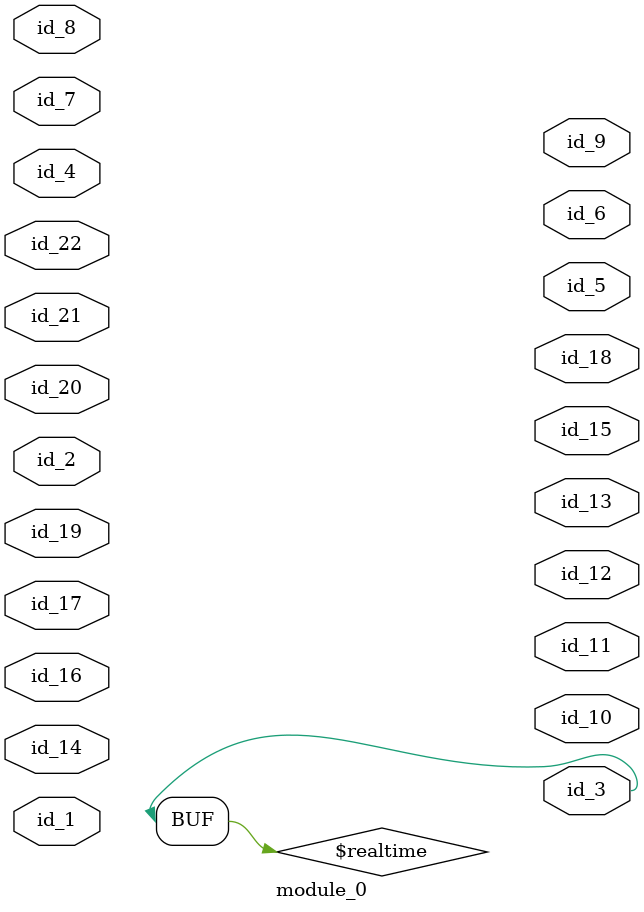
<source format=v>
module module_0 (
    id_1,
    id_2,
    id_3,
    id_4,
    id_5,
    id_6,
    id_7,
    id_8,
    id_9,
    id_10,
    id_11,
    id_12,
    id_13,
    id_14,
    id_15,
    id_16,
    id_17,
    id_18,
    id_19,
    id_20,
    id_21,
    id_22
);
  input wire id_22;
  inout wire id_21;
  input wire id_20;
  inout wire id_19;
  output wire id_18;
  inout wire id_17;
  inout wire id_16;
  output wire id_15;
  input wire id_14;
  output wire id_13;
  output wire id_12;
  output wire id_11;
  output wire id_10;
  output wire id_9;
  inout wire id_8;
  input wire id_7;
  output wire id_6;
  output wire id_5;
  inout wire id_4;
  output wire id_3;
  input wire id_2;
  inout wire id_1;
  parameter id_23 = (1);
  assign id_3 = $realtime;
endmodule
module module_1 ();
  assign id_1 = id_1;
  module_0 modCall_1 (
      id_1,
      id_1,
      id_1,
      id_1,
      id_1,
      id_1,
      id_1,
      id_1,
      id_1,
      id_1,
      id_1,
      id_1,
      id_1,
      id_1,
      id_1,
      id_1,
      id_1,
      id_1,
      id_1,
      id_1,
      id_1,
      id_1
  );
  wire id_2, id_3 = id_3, id_4;
endmodule

</source>
